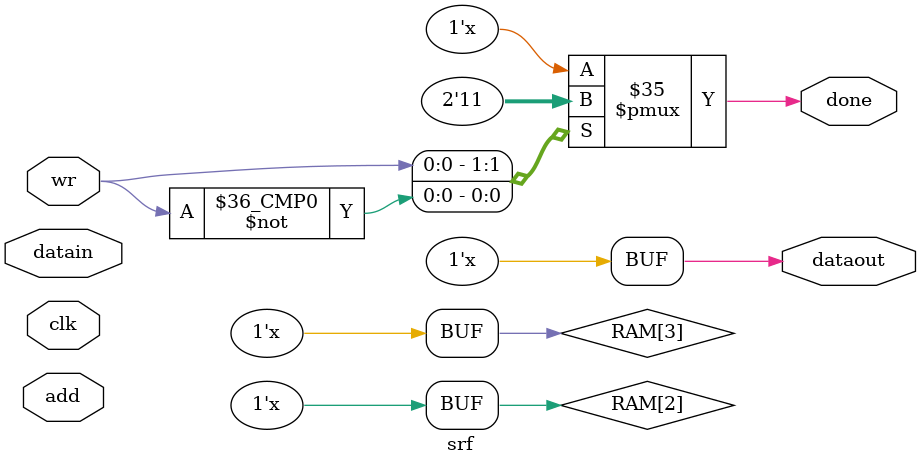
<source format=v>
`timescale 1ns / 1ps


module srf(dataout,done,wr,datain,add,clk);
reg RAM[0:3];
output reg dataout, done=0; 
input clk,add,wr;
inout datain;
always@(clk)
begin
case(wr)
1'b1:
    begin
    dataout=RAM[add];
    done=1'b1;
    end

1'b0:
    begin
    RAM[add]= datain;
    //dataout=0;
    done=1'b1;
    end
endcase
end
endmodule

</source>
